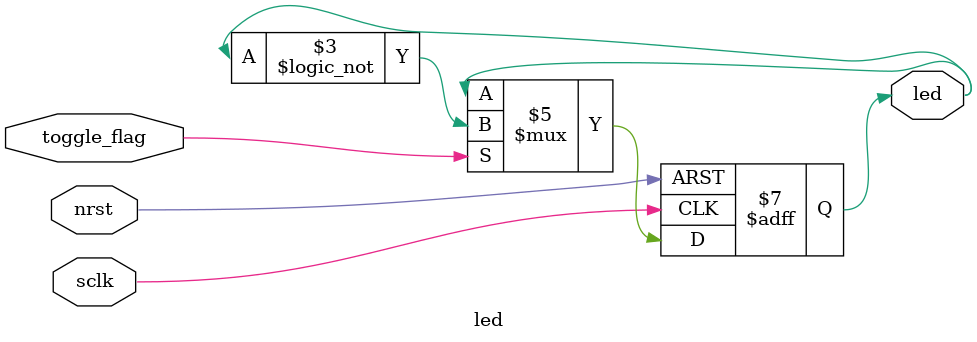
<source format=v>
/*每接收到一个维持一个时钟周期的脉冲信号，LED翻转一次电平*/
module led (
    input wire sclk,
    input wire nrst,
    input wire toggle_flag,

    output reg led
);

always @(posedge sclk or negedge nrst) begin
    if(nrst == 0) led <= 0;
    else if(toggle_flag) led <= !led;
    else led <= led;
end

endmodule
</source>
